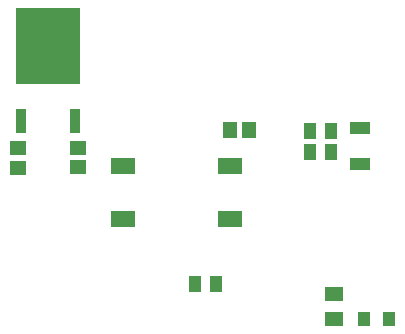
<source format=gbp>
G04*
G04 #@! TF.GenerationSoftware,Altium Limited,Altium Designer,22.7.1 (60)*
G04*
G04 Layer_Color=128*
%FSLAX44Y44*%
%MOMM*%
G71*
G04*
G04 #@! TF.SameCoordinates,868842FB-CB56-49F4-92B6-46A9E27D1440*
G04*
G04*
G04 #@! TF.FilePolarity,Positive*
G04*
G01*
G75*
%ADD18R,1.3606X1.1578*%
%ADD19R,1.1578X1.3606*%
%ADD43R,2.1000X1.4000*%
%ADD44R,1.5500X1.2500*%
%ADD45R,1.1000X1.2000*%
%ADD46R,1.0000X1.3500*%
%ADD47R,1.8000X1.0000*%
%ADD48R,5.5000X6.5000*%
%ADD49R,0.9500X2.1000*%
D18*
X114300Y162594D02*
D03*
Y146050D02*
D03*
X63500Y161942D02*
D03*
Y145398D02*
D03*
D19*
X243188Y177800D02*
D03*
X259732D02*
D03*
D43*
X152620Y146960D02*
D03*
X243620D02*
D03*
X152620Y101960D02*
D03*
X243620D02*
D03*
D44*
X331470Y38280D02*
D03*
Y17780D02*
D03*
D45*
X356870D02*
D03*
X377870D02*
D03*
D46*
X231360Y46990D02*
D03*
X213360D02*
D03*
X310930Y158750D02*
D03*
X328930D02*
D03*
X310930Y176530D02*
D03*
X328930D02*
D03*
D47*
X353060Y178830D02*
D03*
Y148830D02*
D03*
D48*
X88960Y248420D02*
D03*
D49*
X66160Y185420D02*
D03*
X111760D02*
D03*
M02*

</source>
